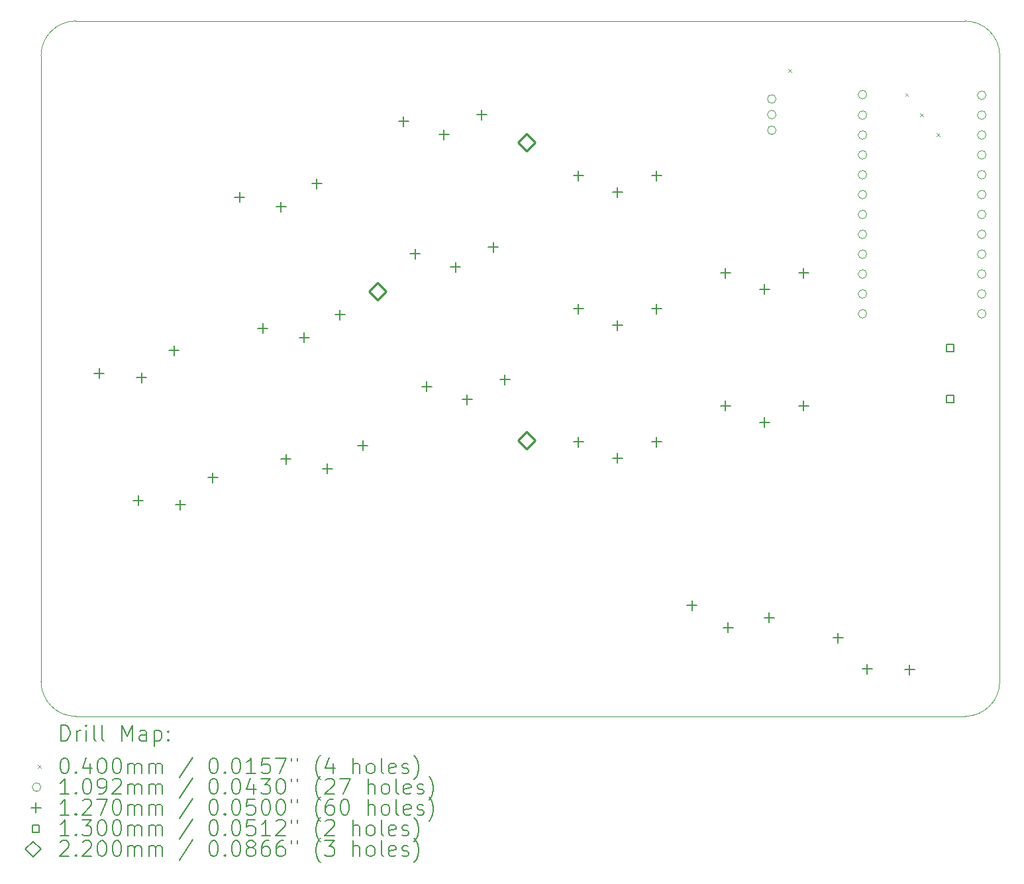
<source format=gbr>
%FSLAX45Y45*%
G04 Gerber Fmt 4.5, Leading zero omitted, Abs format (unit mm)*
G04 Created by KiCad (PCBNEW (6.0.4-0)) date 2022-05-24 13:00:29*
%MOMM*%
%LPD*%
G01*
G04 APERTURE LIST*
%TA.AperFunction,Profile*%
%ADD10C,0.050000*%
%TD*%
%ADD11C,0.200000*%
%ADD12C,0.040000*%
%ADD13C,0.109220*%
%ADD14C,0.127000*%
%ADD15C,0.130000*%
%ADD16C,0.220000*%
G04 APERTURE END LIST*
D10*
X4617424Y12267921D02*
G75*
G03*
X4172924Y11823421I0J-444500D01*
G01*
X4173294Y3822134D02*
G75*
G03*
X4617788Y3377634I444496J-4D01*
G01*
X15983927Y3377802D02*
G75*
G03*
X16428427Y3822299I3J444498D01*
G01*
X16428427Y3822299D02*
X16428788Y11823134D01*
X4172924Y11823421D02*
X4173288Y3822134D01*
X15984288Y12267634D02*
X4617424Y12267921D01*
X16428784Y11823134D02*
G75*
G03*
X15984288Y12267634I-444494J6D01*
G01*
X4617788Y3377634D02*
X15983927Y3377799D01*
D11*
D12*
X13724782Y11653195D02*
X13764782Y11613195D01*
X13764782Y11653195D02*
X13724782Y11613195D01*
X15220000Y11345385D02*
X15260000Y11305385D01*
X15260000Y11345385D02*
X15220000Y11305385D01*
X15410459Y11089114D02*
X15450459Y11049114D01*
X15450459Y11089114D02*
X15410459Y11049114D01*
X15618978Y10834706D02*
X15658978Y10794706D01*
X15658978Y10834706D02*
X15618978Y10794706D01*
D13*
X13568328Y11270567D02*
G75*
G03*
X13568328Y11270567I-54610J0D01*
G01*
X13568328Y11070567D02*
G75*
G03*
X13568328Y11070567I-54610J0D01*
G01*
X13568328Y10870567D02*
G75*
G03*
X13568328Y10870567I-54610J0D01*
G01*
X14728331Y11326700D02*
G75*
G03*
X14728331Y11326700I-54610J0D01*
G01*
X14728331Y11064325D02*
G75*
G03*
X14728331Y11064325I-54610J0D01*
G01*
X14728331Y10810325D02*
G75*
G03*
X14728331Y10810325I-54610J0D01*
G01*
X14728331Y10556325D02*
G75*
G03*
X14728331Y10556325I-54610J0D01*
G01*
X14728331Y10302325D02*
G75*
G03*
X14728331Y10302325I-54610J0D01*
G01*
X14728331Y10048325D02*
G75*
G03*
X14728331Y10048325I-54610J0D01*
G01*
X14728331Y9794325D02*
G75*
G03*
X14728331Y9794325I-54610J0D01*
G01*
X14728331Y9540325D02*
G75*
G03*
X14728331Y9540325I-54610J0D01*
G01*
X14728331Y9286325D02*
G75*
G03*
X14728331Y9286325I-54610J0D01*
G01*
X14728331Y9032325D02*
G75*
G03*
X14728331Y9032325I-54610J0D01*
G01*
X14728331Y8778325D02*
G75*
G03*
X14728331Y8778325I-54610J0D01*
G01*
X14728331Y8524325D02*
G75*
G03*
X14728331Y8524325I-54610J0D01*
G01*
X16252331Y11318325D02*
G75*
G03*
X16252331Y11318325I-54610J0D01*
G01*
X16252331Y11064325D02*
G75*
G03*
X16252331Y11064325I-54610J0D01*
G01*
X16252331Y10810325D02*
G75*
G03*
X16252331Y10810325I-54610J0D01*
G01*
X16252331Y10556325D02*
G75*
G03*
X16252331Y10556325I-54610J0D01*
G01*
X16252331Y10302325D02*
G75*
G03*
X16252331Y10302325I-54610J0D01*
G01*
X16252331Y10048325D02*
G75*
G03*
X16252331Y10048325I-54610J0D01*
G01*
X16252331Y9794325D02*
G75*
G03*
X16252331Y9794325I-54610J0D01*
G01*
X16252331Y9540325D02*
G75*
G03*
X16252331Y9540325I-54610J0D01*
G01*
X16252331Y9286325D02*
G75*
G03*
X16252331Y9286325I-54610J0D01*
G01*
X16252331Y9032325D02*
G75*
G03*
X16252331Y9032325I-54610J0D01*
G01*
X16252331Y8778325D02*
G75*
G03*
X16252331Y8778325I-54610J0D01*
G01*
X16252331Y8524325D02*
G75*
G03*
X16252331Y8524325I-54610J0D01*
G01*
D14*
X4917175Y7826915D02*
X4917175Y7699915D01*
X4853675Y7763415D02*
X4980675Y7763415D01*
X5414207Y6201196D02*
X5414207Y6074196D01*
X5350707Y6137696D02*
X5477707Y6137696D01*
X5456725Y7772276D02*
X5456725Y7645276D01*
X5393225Y7708776D02*
X5520225Y7708776D01*
X5456725Y7772276D02*
X5456725Y7645276D01*
X5393225Y7708776D02*
X5520225Y7708776D01*
X5873479Y8119286D02*
X5873479Y7992286D01*
X5809979Y8055786D02*
X5936979Y8055786D01*
X5953757Y6146558D02*
X5953757Y6019558D01*
X5890257Y6083058D02*
X6017257Y6083058D01*
X5953757Y6146558D02*
X5953757Y6019558D01*
X5890257Y6083058D02*
X6017257Y6083058D01*
X6370511Y6493568D02*
X6370511Y6366568D01*
X6307011Y6430068D02*
X6434011Y6430068D01*
X6712293Y10076956D02*
X6712293Y9949956D01*
X6648793Y10013456D02*
X6775793Y10013456D01*
X7007495Y8402783D02*
X7007495Y8275782D01*
X6943995Y8339282D02*
X7070995Y8339282D01*
X7241163Y9956970D02*
X7241163Y9829970D01*
X7177663Y9893470D02*
X7304663Y9893470D01*
X7241163Y9956970D02*
X7241163Y9829970D01*
X7177663Y9893470D02*
X7304663Y9893470D01*
X7302697Y6728609D02*
X7302697Y6601609D01*
X7239197Y6665109D02*
X7366197Y6665109D01*
X7536365Y8282797D02*
X7536365Y8155797D01*
X7472865Y8219297D02*
X7599865Y8219297D01*
X7536365Y8282797D02*
X7536365Y8155797D01*
X7472865Y8219297D02*
X7599865Y8219297D01*
X7697101Y10250604D02*
X7697101Y10123604D01*
X7633601Y10187104D02*
X7760601Y10187104D01*
X7831567Y6608624D02*
X7831567Y6481624D01*
X7768067Y6545124D02*
X7895067Y6545124D01*
X7831567Y6608624D02*
X7831567Y6481624D01*
X7768067Y6545124D02*
X7895067Y6545124D01*
X7992303Y8576431D02*
X7992303Y8449431D01*
X7928803Y8512931D02*
X8055803Y8512931D01*
X8287505Y6902257D02*
X8287505Y6775257D01*
X8224005Y6838757D02*
X8351005Y6838757D01*
X8809021Y11046316D02*
X8809021Y10919316D01*
X8745521Y10982816D02*
X8872521Y10982816D01*
X8957186Y9352785D02*
X8957186Y9225785D01*
X8893686Y9289285D02*
X9020686Y9289285D01*
X9105351Y7659254D02*
X9105351Y7532254D01*
X9041851Y7595754D02*
X9168851Y7595754D01*
X9325422Y10880693D02*
X9325422Y10753693D01*
X9261922Y10817193D02*
X9388922Y10817193D01*
X9325422Y10880693D02*
X9325422Y10753693D01*
X9261922Y10817193D02*
X9388922Y10817193D01*
X9473586Y9187162D02*
X9473586Y9060162D01*
X9410086Y9123662D02*
X9537086Y9123662D01*
X9473586Y9187162D02*
X9473586Y9060162D01*
X9410086Y9123662D02*
X9537086Y9123662D01*
X9621751Y7493631D02*
X9621751Y7366631D01*
X9558251Y7430131D02*
X9685251Y7430131D01*
X9621751Y7493631D02*
X9621751Y7366631D01*
X9558251Y7430131D02*
X9685251Y7430131D01*
X9805216Y11133472D02*
X9805216Y11006472D01*
X9741716Y11069972D02*
X9868716Y11069972D01*
X9953381Y9439941D02*
X9953381Y9312941D01*
X9889881Y9376441D02*
X10016881Y9376441D01*
X10101546Y7746410D02*
X10101546Y7619410D01*
X10038046Y7682910D02*
X10165046Y7682910D01*
X11041109Y10352102D02*
X11041109Y10225102D01*
X10977609Y10288602D02*
X11104609Y10288602D01*
X11041109Y8652102D02*
X11041109Y8525102D01*
X10977609Y8588602D02*
X11104609Y8588602D01*
X11041109Y6952102D02*
X11041109Y6825102D01*
X10977609Y6888602D02*
X11104609Y6888602D01*
X11541109Y10142102D02*
X11541109Y10015102D01*
X11477609Y10078602D02*
X11604609Y10078602D01*
X11541109Y10142102D02*
X11541109Y10015102D01*
X11477609Y10078602D02*
X11604609Y10078602D01*
X11541109Y8442102D02*
X11541109Y8315102D01*
X11477609Y8378602D02*
X11604609Y8378602D01*
X11541109Y8442102D02*
X11541109Y8315102D01*
X11477609Y8378602D02*
X11604609Y8378602D01*
X11541109Y6742102D02*
X11541109Y6615102D01*
X11477609Y6678602D02*
X11604609Y6678602D01*
X11541109Y6742102D02*
X11541109Y6615102D01*
X11477609Y6678602D02*
X11604609Y6678602D01*
X12041109Y10352102D02*
X12041109Y10225102D01*
X11977609Y10288602D02*
X12104609Y10288602D01*
X12041109Y8652102D02*
X12041109Y8525102D01*
X11977609Y8588602D02*
X12104609Y8588602D01*
X12041109Y6952102D02*
X12041109Y6825102D01*
X11977609Y6888602D02*
X12104609Y6888602D01*
X12494322Y4860097D02*
X12494322Y4733097D01*
X12430822Y4796597D02*
X12557822Y4796597D01*
X12921828Y9111385D02*
X12921828Y8984385D01*
X12858328Y9047885D02*
X12985328Y9047885D01*
X12921828Y7411385D02*
X12921828Y7284385D01*
X12858328Y7347885D02*
X12985328Y7347885D01*
X12955315Y4574465D02*
X12955315Y4447465D01*
X12891815Y4510965D02*
X13018815Y4510965D01*
X12955315Y4574465D02*
X12955315Y4447465D01*
X12891815Y4510965D02*
X13018815Y4510965D01*
X13421828Y8901385D02*
X13421828Y8774385D01*
X13358328Y8837885D02*
X13485328Y8837885D01*
X13421828Y8901385D02*
X13421828Y8774385D01*
X13358328Y8837885D02*
X13485328Y8837885D01*
X13421828Y7201385D02*
X13421828Y7074385D01*
X13358328Y7137885D02*
X13485328Y7137885D01*
X13421828Y7201385D02*
X13421828Y7074385D01*
X13358328Y7137885D02*
X13485328Y7137885D01*
X13482011Y4703662D02*
X13482011Y4576662D01*
X13418511Y4640162D02*
X13545511Y4640162D01*
X13921828Y9111385D02*
X13921828Y8984385D01*
X13858328Y9047885D02*
X13985328Y9047885D01*
X13921828Y7411385D02*
X13921828Y7284385D01*
X13858328Y7347885D02*
X13985328Y7347885D01*
X14360146Y4443546D02*
X14360146Y4316546D01*
X14296646Y4380046D02*
X14423646Y4380046D01*
X14731504Y4048334D02*
X14731504Y3921334D01*
X14668004Y3984834D02*
X14795004Y3984834D01*
X14731504Y4048334D02*
X14731504Y3921334D01*
X14668004Y3984834D02*
X14795004Y3984834D01*
X15273692Y4036810D02*
X15273692Y3909810D01*
X15210192Y3973310D02*
X15337192Y3973310D01*
D15*
X15842941Y8041363D02*
X15842941Y8133288D01*
X15751017Y8133288D01*
X15751017Y8041363D01*
X15842941Y8041363D01*
X15842941Y7391363D02*
X15842941Y7483288D01*
X15751017Y7483288D01*
X15751017Y7391363D01*
X15842941Y7391363D01*
D16*
X8474722Y8704143D02*
X8584722Y8814143D01*
X8474722Y8924143D01*
X8364722Y8814143D01*
X8474722Y8704143D01*
X10379722Y10609143D02*
X10489722Y10719143D01*
X10379722Y10829143D01*
X10269722Y10719143D01*
X10379722Y10609143D01*
X10379722Y6799143D02*
X10489722Y6909143D01*
X10379722Y7019143D01*
X10269722Y6909143D01*
X10379722Y6799143D01*
D11*
X4428043Y3064658D02*
X4428043Y3264658D01*
X4475662Y3264658D01*
X4504233Y3255134D01*
X4523281Y3236087D01*
X4532805Y3217039D01*
X4542329Y3178944D01*
X4542329Y3150372D01*
X4532805Y3112277D01*
X4523281Y3093230D01*
X4504233Y3074182D01*
X4475662Y3064658D01*
X4428043Y3064658D01*
X4628043Y3064658D02*
X4628043Y3197991D01*
X4628043Y3159896D02*
X4637567Y3178944D01*
X4647091Y3188468D01*
X4666138Y3197991D01*
X4685186Y3197991D01*
X4751852Y3064658D02*
X4751852Y3197991D01*
X4751852Y3264658D02*
X4742329Y3255134D01*
X4751852Y3245610D01*
X4761376Y3255134D01*
X4751852Y3264658D01*
X4751852Y3245610D01*
X4875662Y3064658D02*
X4856614Y3074182D01*
X4847091Y3093230D01*
X4847091Y3264658D01*
X4980424Y3064658D02*
X4961376Y3074182D01*
X4951852Y3093230D01*
X4951852Y3264658D01*
X5208995Y3064658D02*
X5208995Y3264658D01*
X5275662Y3121801D01*
X5342329Y3264658D01*
X5342329Y3064658D01*
X5523281Y3064658D02*
X5523281Y3169420D01*
X5513757Y3188468D01*
X5494710Y3197991D01*
X5456614Y3197991D01*
X5437567Y3188468D01*
X5523281Y3074182D02*
X5504233Y3064658D01*
X5456614Y3064658D01*
X5437567Y3074182D01*
X5428043Y3093230D01*
X5428043Y3112277D01*
X5437567Y3131325D01*
X5456614Y3140849D01*
X5504233Y3140849D01*
X5523281Y3150372D01*
X5618519Y3197991D02*
X5618519Y2997991D01*
X5618519Y3188468D02*
X5637567Y3197991D01*
X5675662Y3197991D01*
X5694710Y3188468D01*
X5704233Y3178944D01*
X5713757Y3159896D01*
X5713757Y3102753D01*
X5704233Y3083706D01*
X5694710Y3074182D01*
X5675662Y3064658D01*
X5637567Y3064658D01*
X5618519Y3074182D01*
X5799471Y3083706D02*
X5808995Y3074182D01*
X5799471Y3064658D01*
X5789948Y3074182D01*
X5799471Y3083706D01*
X5799471Y3064658D01*
X5799471Y3188468D02*
X5808995Y3178944D01*
X5799471Y3169420D01*
X5789948Y3178944D01*
X5799471Y3188468D01*
X5799471Y3169420D01*
D12*
X4130424Y2755134D02*
X4170424Y2715134D01*
X4170424Y2755134D02*
X4130424Y2715134D01*
D11*
X4466138Y2844658D02*
X4485186Y2844658D01*
X4504233Y2835134D01*
X4513757Y2825610D01*
X4523281Y2806563D01*
X4532805Y2768468D01*
X4532805Y2720849D01*
X4523281Y2682753D01*
X4513757Y2663706D01*
X4504233Y2654182D01*
X4485186Y2644658D01*
X4466138Y2644658D01*
X4447091Y2654182D01*
X4437567Y2663706D01*
X4428043Y2682753D01*
X4418519Y2720849D01*
X4418519Y2768468D01*
X4428043Y2806563D01*
X4437567Y2825610D01*
X4447091Y2835134D01*
X4466138Y2844658D01*
X4618519Y2663706D02*
X4628043Y2654182D01*
X4618519Y2644658D01*
X4608995Y2654182D01*
X4618519Y2663706D01*
X4618519Y2644658D01*
X4799472Y2777992D02*
X4799472Y2644658D01*
X4751852Y2854182D02*
X4704233Y2711325D01*
X4828043Y2711325D01*
X4942329Y2844658D02*
X4961376Y2844658D01*
X4980424Y2835134D01*
X4989948Y2825610D01*
X4999472Y2806563D01*
X5008995Y2768468D01*
X5008995Y2720849D01*
X4999472Y2682753D01*
X4989948Y2663706D01*
X4980424Y2654182D01*
X4961376Y2644658D01*
X4942329Y2644658D01*
X4923281Y2654182D01*
X4913757Y2663706D01*
X4904233Y2682753D01*
X4894710Y2720849D01*
X4894710Y2768468D01*
X4904233Y2806563D01*
X4913757Y2825610D01*
X4923281Y2835134D01*
X4942329Y2844658D01*
X5132805Y2844658D02*
X5151852Y2844658D01*
X5170900Y2835134D01*
X5180424Y2825610D01*
X5189948Y2806563D01*
X5199472Y2768468D01*
X5199472Y2720849D01*
X5189948Y2682753D01*
X5180424Y2663706D01*
X5170900Y2654182D01*
X5151852Y2644658D01*
X5132805Y2644658D01*
X5113757Y2654182D01*
X5104233Y2663706D01*
X5094710Y2682753D01*
X5085186Y2720849D01*
X5085186Y2768468D01*
X5094710Y2806563D01*
X5104233Y2825610D01*
X5113757Y2835134D01*
X5132805Y2844658D01*
X5285186Y2644658D02*
X5285186Y2777992D01*
X5285186Y2758944D02*
X5294710Y2768468D01*
X5313757Y2777992D01*
X5342329Y2777992D01*
X5361376Y2768468D01*
X5370900Y2749420D01*
X5370900Y2644658D01*
X5370900Y2749420D02*
X5380424Y2768468D01*
X5399472Y2777992D01*
X5428043Y2777992D01*
X5447091Y2768468D01*
X5456614Y2749420D01*
X5456614Y2644658D01*
X5551852Y2644658D02*
X5551852Y2777992D01*
X5551852Y2758944D02*
X5561376Y2768468D01*
X5580424Y2777992D01*
X5608995Y2777992D01*
X5628043Y2768468D01*
X5637567Y2749420D01*
X5637567Y2644658D01*
X5637567Y2749420D02*
X5647090Y2768468D01*
X5666138Y2777992D01*
X5694710Y2777992D01*
X5713757Y2768468D01*
X5723281Y2749420D01*
X5723281Y2644658D01*
X6113757Y2854182D02*
X5942329Y2597039D01*
X6370900Y2844658D02*
X6389948Y2844658D01*
X6408995Y2835134D01*
X6418519Y2825610D01*
X6428043Y2806563D01*
X6437567Y2768468D01*
X6437567Y2720849D01*
X6428043Y2682753D01*
X6418519Y2663706D01*
X6408995Y2654182D01*
X6389948Y2644658D01*
X6370900Y2644658D01*
X6351852Y2654182D01*
X6342329Y2663706D01*
X6332805Y2682753D01*
X6323281Y2720849D01*
X6323281Y2768468D01*
X6332805Y2806563D01*
X6342329Y2825610D01*
X6351852Y2835134D01*
X6370900Y2844658D01*
X6523281Y2663706D02*
X6532805Y2654182D01*
X6523281Y2644658D01*
X6513757Y2654182D01*
X6523281Y2663706D01*
X6523281Y2644658D01*
X6656614Y2844658D02*
X6675662Y2844658D01*
X6694710Y2835134D01*
X6704233Y2825610D01*
X6713757Y2806563D01*
X6723281Y2768468D01*
X6723281Y2720849D01*
X6713757Y2682753D01*
X6704233Y2663706D01*
X6694710Y2654182D01*
X6675662Y2644658D01*
X6656614Y2644658D01*
X6637567Y2654182D01*
X6628043Y2663706D01*
X6618519Y2682753D01*
X6608995Y2720849D01*
X6608995Y2768468D01*
X6618519Y2806563D01*
X6628043Y2825610D01*
X6637567Y2835134D01*
X6656614Y2844658D01*
X6913757Y2644658D02*
X6799471Y2644658D01*
X6856614Y2644658D02*
X6856614Y2844658D01*
X6837567Y2816087D01*
X6818519Y2797039D01*
X6799471Y2787515D01*
X7094710Y2844658D02*
X6999471Y2844658D01*
X6989948Y2749420D01*
X6999471Y2758944D01*
X7018519Y2768468D01*
X7066138Y2768468D01*
X7085186Y2758944D01*
X7094710Y2749420D01*
X7104233Y2730372D01*
X7104233Y2682753D01*
X7094710Y2663706D01*
X7085186Y2654182D01*
X7066138Y2644658D01*
X7018519Y2644658D01*
X6999471Y2654182D01*
X6989948Y2663706D01*
X7170900Y2844658D02*
X7304233Y2844658D01*
X7218519Y2644658D01*
X7370900Y2844658D02*
X7370900Y2806563D01*
X7447090Y2844658D02*
X7447090Y2806563D01*
X7742329Y2568468D02*
X7732805Y2577992D01*
X7713757Y2606563D01*
X7704233Y2625611D01*
X7694710Y2654182D01*
X7685186Y2701801D01*
X7685186Y2739896D01*
X7694710Y2787515D01*
X7704233Y2816087D01*
X7713757Y2835134D01*
X7732805Y2863706D01*
X7742329Y2873230D01*
X7904233Y2777992D02*
X7904233Y2644658D01*
X7856614Y2854182D02*
X7808995Y2711325D01*
X7932805Y2711325D01*
X8161376Y2644658D02*
X8161376Y2844658D01*
X8247090Y2644658D02*
X8247090Y2749420D01*
X8237567Y2768468D01*
X8218519Y2777992D01*
X8189948Y2777992D01*
X8170900Y2768468D01*
X8161376Y2758944D01*
X8370900Y2644658D02*
X8351852Y2654182D01*
X8342329Y2663706D01*
X8332805Y2682753D01*
X8332805Y2739896D01*
X8342329Y2758944D01*
X8351852Y2768468D01*
X8370900Y2777992D01*
X8399472Y2777992D01*
X8418519Y2768468D01*
X8428043Y2758944D01*
X8437567Y2739896D01*
X8437567Y2682753D01*
X8428043Y2663706D01*
X8418519Y2654182D01*
X8399472Y2644658D01*
X8370900Y2644658D01*
X8551852Y2644658D02*
X8532805Y2654182D01*
X8523281Y2673230D01*
X8523281Y2844658D01*
X8704233Y2654182D02*
X8685186Y2644658D01*
X8647091Y2644658D01*
X8628043Y2654182D01*
X8618519Y2673230D01*
X8618519Y2749420D01*
X8628043Y2768468D01*
X8647091Y2777992D01*
X8685186Y2777992D01*
X8704233Y2768468D01*
X8713757Y2749420D01*
X8713757Y2730372D01*
X8618519Y2711325D01*
X8789948Y2654182D02*
X8808995Y2644658D01*
X8847091Y2644658D01*
X8866138Y2654182D01*
X8875662Y2673230D01*
X8875662Y2682753D01*
X8866138Y2701801D01*
X8847091Y2711325D01*
X8818519Y2711325D01*
X8799472Y2720849D01*
X8789948Y2739896D01*
X8789948Y2749420D01*
X8799472Y2768468D01*
X8818519Y2777992D01*
X8847091Y2777992D01*
X8866138Y2768468D01*
X8942329Y2568468D02*
X8951852Y2577992D01*
X8970900Y2606563D01*
X8980424Y2625611D01*
X8989948Y2654182D01*
X8999472Y2701801D01*
X8999472Y2739896D01*
X8989948Y2787515D01*
X8980424Y2816087D01*
X8970900Y2835134D01*
X8951852Y2863706D01*
X8942329Y2873230D01*
D13*
X4170424Y2471134D02*
G75*
G03*
X4170424Y2471134I-54610J0D01*
G01*
D11*
X4532805Y2380658D02*
X4418519Y2380658D01*
X4475662Y2380658D02*
X4475662Y2580658D01*
X4456614Y2552087D01*
X4437567Y2533039D01*
X4418519Y2523515D01*
X4618519Y2399706D02*
X4628043Y2390182D01*
X4618519Y2380658D01*
X4608995Y2390182D01*
X4618519Y2399706D01*
X4618519Y2380658D01*
X4751852Y2580658D02*
X4770900Y2580658D01*
X4789948Y2571134D01*
X4799472Y2561611D01*
X4808995Y2542563D01*
X4818519Y2504468D01*
X4818519Y2456849D01*
X4808995Y2418753D01*
X4799472Y2399706D01*
X4789948Y2390182D01*
X4770900Y2380658D01*
X4751852Y2380658D01*
X4732805Y2390182D01*
X4723281Y2399706D01*
X4713757Y2418753D01*
X4704233Y2456849D01*
X4704233Y2504468D01*
X4713757Y2542563D01*
X4723281Y2561611D01*
X4732805Y2571134D01*
X4751852Y2580658D01*
X4913757Y2380658D02*
X4951852Y2380658D01*
X4970900Y2390182D01*
X4980424Y2399706D01*
X4999472Y2428277D01*
X5008995Y2466372D01*
X5008995Y2542563D01*
X4999472Y2561611D01*
X4989948Y2571134D01*
X4970900Y2580658D01*
X4932805Y2580658D01*
X4913757Y2571134D01*
X4904233Y2561611D01*
X4894710Y2542563D01*
X4894710Y2494944D01*
X4904233Y2475896D01*
X4913757Y2466372D01*
X4932805Y2456849D01*
X4970900Y2456849D01*
X4989948Y2466372D01*
X4999472Y2475896D01*
X5008995Y2494944D01*
X5085186Y2561611D02*
X5094710Y2571134D01*
X5113757Y2580658D01*
X5161376Y2580658D01*
X5180424Y2571134D01*
X5189948Y2561611D01*
X5199472Y2542563D01*
X5199472Y2523515D01*
X5189948Y2494944D01*
X5075662Y2380658D01*
X5199472Y2380658D01*
X5285186Y2380658D02*
X5285186Y2513992D01*
X5285186Y2494944D02*
X5294710Y2504468D01*
X5313757Y2513992D01*
X5342329Y2513992D01*
X5361376Y2504468D01*
X5370900Y2485420D01*
X5370900Y2380658D01*
X5370900Y2485420D02*
X5380424Y2504468D01*
X5399472Y2513992D01*
X5428043Y2513992D01*
X5447091Y2504468D01*
X5456614Y2485420D01*
X5456614Y2380658D01*
X5551852Y2380658D02*
X5551852Y2513992D01*
X5551852Y2494944D02*
X5561376Y2504468D01*
X5580424Y2513992D01*
X5608995Y2513992D01*
X5628043Y2504468D01*
X5637567Y2485420D01*
X5637567Y2380658D01*
X5637567Y2485420D02*
X5647090Y2504468D01*
X5666138Y2513992D01*
X5694710Y2513992D01*
X5713757Y2504468D01*
X5723281Y2485420D01*
X5723281Y2380658D01*
X6113757Y2590182D02*
X5942329Y2333039D01*
X6370900Y2580658D02*
X6389948Y2580658D01*
X6408995Y2571134D01*
X6418519Y2561611D01*
X6428043Y2542563D01*
X6437567Y2504468D01*
X6437567Y2456849D01*
X6428043Y2418753D01*
X6418519Y2399706D01*
X6408995Y2390182D01*
X6389948Y2380658D01*
X6370900Y2380658D01*
X6351852Y2390182D01*
X6342329Y2399706D01*
X6332805Y2418753D01*
X6323281Y2456849D01*
X6323281Y2504468D01*
X6332805Y2542563D01*
X6342329Y2561611D01*
X6351852Y2571134D01*
X6370900Y2580658D01*
X6523281Y2399706D02*
X6532805Y2390182D01*
X6523281Y2380658D01*
X6513757Y2390182D01*
X6523281Y2399706D01*
X6523281Y2380658D01*
X6656614Y2580658D02*
X6675662Y2580658D01*
X6694710Y2571134D01*
X6704233Y2561611D01*
X6713757Y2542563D01*
X6723281Y2504468D01*
X6723281Y2456849D01*
X6713757Y2418753D01*
X6704233Y2399706D01*
X6694710Y2390182D01*
X6675662Y2380658D01*
X6656614Y2380658D01*
X6637567Y2390182D01*
X6628043Y2399706D01*
X6618519Y2418753D01*
X6608995Y2456849D01*
X6608995Y2504468D01*
X6618519Y2542563D01*
X6628043Y2561611D01*
X6637567Y2571134D01*
X6656614Y2580658D01*
X6894710Y2513992D02*
X6894710Y2380658D01*
X6847090Y2590182D02*
X6799471Y2447325D01*
X6923281Y2447325D01*
X6980424Y2580658D02*
X7104233Y2580658D01*
X7037567Y2504468D01*
X7066138Y2504468D01*
X7085186Y2494944D01*
X7094710Y2485420D01*
X7104233Y2466372D01*
X7104233Y2418753D01*
X7094710Y2399706D01*
X7085186Y2390182D01*
X7066138Y2380658D01*
X7008995Y2380658D01*
X6989948Y2390182D01*
X6980424Y2399706D01*
X7228043Y2580658D02*
X7247090Y2580658D01*
X7266138Y2571134D01*
X7275662Y2561611D01*
X7285186Y2542563D01*
X7294710Y2504468D01*
X7294710Y2456849D01*
X7285186Y2418753D01*
X7275662Y2399706D01*
X7266138Y2390182D01*
X7247090Y2380658D01*
X7228043Y2380658D01*
X7208995Y2390182D01*
X7199471Y2399706D01*
X7189948Y2418753D01*
X7180424Y2456849D01*
X7180424Y2504468D01*
X7189948Y2542563D01*
X7199471Y2561611D01*
X7208995Y2571134D01*
X7228043Y2580658D01*
X7370900Y2580658D02*
X7370900Y2542563D01*
X7447090Y2580658D02*
X7447090Y2542563D01*
X7742329Y2304468D02*
X7732805Y2313992D01*
X7713757Y2342563D01*
X7704233Y2361611D01*
X7694710Y2390182D01*
X7685186Y2437801D01*
X7685186Y2475896D01*
X7694710Y2523515D01*
X7704233Y2552087D01*
X7713757Y2571134D01*
X7732805Y2599706D01*
X7742329Y2609230D01*
X7808995Y2561611D02*
X7818519Y2571134D01*
X7837567Y2580658D01*
X7885186Y2580658D01*
X7904233Y2571134D01*
X7913757Y2561611D01*
X7923281Y2542563D01*
X7923281Y2523515D01*
X7913757Y2494944D01*
X7799471Y2380658D01*
X7923281Y2380658D01*
X7989948Y2580658D02*
X8123281Y2580658D01*
X8037567Y2380658D01*
X8351852Y2380658D02*
X8351852Y2580658D01*
X8437567Y2380658D02*
X8437567Y2485420D01*
X8428043Y2504468D01*
X8408995Y2513992D01*
X8380424Y2513992D01*
X8361376Y2504468D01*
X8351852Y2494944D01*
X8561376Y2380658D02*
X8542329Y2390182D01*
X8532805Y2399706D01*
X8523281Y2418753D01*
X8523281Y2475896D01*
X8532805Y2494944D01*
X8542329Y2504468D01*
X8561376Y2513992D01*
X8589948Y2513992D01*
X8608995Y2504468D01*
X8618519Y2494944D01*
X8628043Y2475896D01*
X8628043Y2418753D01*
X8618519Y2399706D01*
X8608995Y2390182D01*
X8589948Y2380658D01*
X8561376Y2380658D01*
X8742329Y2380658D02*
X8723281Y2390182D01*
X8713757Y2409230D01*
X8713757Y2580658D01*
X8894710Y2390182D02*
X8875662Y2380658D01*
X8837567Y2380658D01*
X8818519Y2390182D01*
X8808995Y2409230D01*
X8808995Y2485420D01*
X8818519Y2504468D01*
X8837567Y2513992D01*
X8875662Y2513992D01*
X8894710Y2504468D01*
X8904233Y2485420D01*
X8904233Y2466372D01*
X8808995Y2447325D01*
X8980424Y2390182D02*
X8999472Y2380658D01*
X9037567Y2380658D01*
X9056614Y2390182D01*
X9066138Y2409230D01*
X9066138Y2418753D01*
X9056614Y2437801D01*
X9037567Y2447325D01*
X9008995Y2447325D01*
X8989948Y2456849D01*
X8980424Y2475896D01*
X8980424Y2485420D01*
X8989948Y2504468D01*
X9008995Y2513992D01*
X9037567Y2513992D01*
X9056614Y2504468D01*
X9132805Y2304468D02*
X9142329Y2313992D01*
X9161376Y2342563D01*
X9170900Y2361611D01*
X9180424Y2390182D01*
X9189948Y2437801D01*
X9189948Y2475896D01*
X9180424Y2523515D01*
X9170900Y2552087D01*
X9161376Y2571134D01*
X9142329Y2599706D01*
X9132805Y2609230D01*
D14*
X4106924Y2270634D02*
X4106924Y2143634D01*
X4043424Y2207134D02*
X4170424Y2207134D01*
D11*
X4532805Y2116658D02*
X4418519Y2116658D01*
X4475662Y2116658D02*
X4475662Y2316658D01*
X4456614Y2288087D01*
X4437567Y2269039D01*
X4418519Y2259515D01*
X4618519Y2135706D02*
X4628043Y2126182D01*
X4618519Y2116658D01*
X4608995Y2126182D01*
X4618519Y2135706D01*
X4618519Y2116658D01*
X4704233Y2297611D02*
X4713757Y2307134D01*
X4732805Y2316658D01*
X4780424Y2316658D01*
X4799472Y2307134D01*
X4808995Y2297611D01*
X4818519Y2278563D01*
X4818519Y2259515D01*
X4808995Y2230944D01*
X4694710Y2116658D01*
X4818519Y2116658D01*
X4885186Y2316658D02*
X5018519Y2316658D01*
X4932805Y2116658D01*
X5132805Y2316658D02*
X5151852Y2316658D01*
X5170900Y2307134D01*
X5180424Y2297611D01*
X5189948Y2278563D01*
X5199472Y2240468D01*
X5199472Y2192849D01*
X5189948Y2154753D01*
X5180424Y2135706D01*
X5170900Y2126182D01*
X5151852Y2116658D01*
X5132805Y2116658D01*
X5113757Y2126182D01*
X5104233Y2135706D01*
X5094710Y2154753D01*
X5085186Y2192849D01*
X5085186Y2240468D01*
X5094710Y2278563D01*
X5104233Y2297611D01*
X5113757Y2307134D01*
X5132805Y2316658D01*
X5285186Y2116658D02*
X5285186Y2249992D01*
X5285186Y2230944D02*
X5294710Y2240468D01*
X5313757Y2249992D01*
X5342329Y2249992D01*
X5361376Y2240468D01*
X5370900Y2221420D01*
X5370900Y2116658D01*
X5370900Y2221420D02*
X5380424Y2240468D01*
X5399472Y2249992D01*
X5428043Y2249992D01*
X5447091Y2240468D01*
X5456614Y2221420D01*
X5456614Y2116658D01*
X5551852Y2116658D02*
X5551852Y2249992D01*
X5551852Y2230944D02*
X5561376Y2240468D01*
X5580424Y2249992D01*
X5608995Y2249992D01*
X5628043Y2240468D01*
X5637567Y2221420D01*
X5637567Y2116658D01*
X5637567Y2221420D02*
X5647090Y2240468D01*
X5666138Y2249992D01*
X5694710Y2249992D01*
X5713757Y2240468D01*
X5723281Y2221420D01*
X5723281Y2116658D01*
X6113757Y2326182D02*
X5942329Y2069039D01*
X6370900Y2316658D02*
X6389948Y2316658D01*
X6408995Y2307134D01*
X6418519Y2297611D01*
X6428043Y2278563D01*
X6437567Y2240468D01*
X6437567Y2192849D01*
X6428043Y2154753D01*
X6418519Y2135706D01*
X6408995Y2126182D01*
X6389948Y2116658D01*
X6370900Y2116658D01*
X6351852Y2126182D01*
X6342329Y2135706D01*
X6332805Y2154753D01*
X6323281Y2192849D01*
X6323281Y2240468D01*
X6332805Y2278563D01*
X6342329Y2297611D01*
X6351852Y2307134D01*
X6370900Y2316658D01*
X6523281Y2135706D02*
X6532805Y2126182D01*
X6523281Y2116658D01*
X6513757Y2126182D01*
X6523281Y2135706D01*
X6523281Y2116658D01*
X6656614Y2316658D02*
X6675662Y2316658D01*
X6694710Y2307134D01*
X6704233Y2297611D01*
X6713757Y2278563D01*
X6723281Y2240468D01*
X6723281Y2192849D01*
X6713757Y2154753D01*
X6704233Y2135706D01*
X6694710Y2126182D01*
X6675662Y2116658D01*
X6656614Y2116658D01*
X6637567Y2126182D01*
X6628043Y2135706D01*
X6618519Y2154753D01*
X6608995Y2192849D01*
X6608995Y2240468D01*
X6618519Y2278563D01*
X6628043Y2297611D01*
X6637567Y2307134D01*
X6656614Y2316658D01*
X6904233Y2316658D02*
X6808995Y2316658D01*
X6799471Y2221420D01*
X6808995Y2230944D01*
X6828043Y2240468D01*
X6875662Y2240468D01*
X6894710Y2230944D01*
X6904233Y2221420D01*
X6913757Y2202372D01*
X6913757Y2154753D01*
X6904233Y2135706D01*
X6894710Y2126182D01*
X6875662Y2116658D01*
X6828043Y2116658D01*
X6808995Y2126182D01*
X6799471Y2135706D01*
X7037567Y2316658D02*
X7056614Y2316658D01*
X7075662Y2307134D01*
X7085186Y2297611D01*
X7094710Y2278563D01*
X7104233Y2240468D01*
X7104233Y2192849D01*
X7094710Y2154753D01*
X7085186Y2135706D01*
X7075662Y2126182D01*
X7056614Y2116658D01*
X7037567Y2116658D01*
X7018519Y2126182D01*
X7008995Y2135706D01*
X6999471Y2154753D01*
X6989948Y2192849D01*
X6989948Y2240468D01*
X6999471Y2278563D01*
X7008995Y2297611D01*
X7018519Y2307134D01*
X7037567Y2316658D01*
X7228043Y2316658D02*
X7247090Y2316658D01*
X7266138Y2307134D01*
X7275662Y2297611D01*
X7285186Y2278563D01*
X7294710Y2240468D01*
X7294710Y2192849D01*
X7285186Y2154753D01*
X7275662Y2135706D01*
X7266138Y2126182D01*
X7247090Y2116658D01*
X7228043Y2116658D01*
X7208995Y2126182D01*
X7199471Y2135706D01*
X7189948Y2154753D01*
X7180424Y2192849D01*
X7180424Y2240468D01*
X7189948Y2278563D01*
X7199471Y2297611D01*
X7208995Y2307134D01*
X7228043Y2316658D01*
X7370900Y2316658D02*
X7370900Y2278563D01*
X7447090Y2316658D02*
X7447090Y2278563D01*
X7742329Y2040468D02*
X7732805Y2049991D01*
X7713757Y2078563D01*
X7704233Y2097611D01*
X7694710Y2126182D01*
X7685186Y2173801D01*
X7685186Y2211896D01*
X7694710Y2259515D01*
X7704233Y2288087D01*
X7713757Y2307134D01*
X7732805Y2335706D01*
X7742329Y2345230D01*
X7904233Y2316658D02*
X7866138Y2316658D01*
X7847090Y2307134D01*
X7837567Y2297611D01*
X7818519Y2269039D01*
X7808995Y2230944D01*
X7808995Y2154753D01*
X7818519Y2135706D01*
X7828043Y2126182D01*
X7847090Y2116658D01*
X7885186Y2116658D01*
X7904233Y2126182D01*
X7913757Y2135706D01*
X7923281Y2154753D01*
X7923281Y2202372D01*
X7913757Y2221420D01*
X7904233Y2230944D01*
X7885186Y2240468D01*
X7847090Y2240468D01*
X7828043Y2230944D01*
X7818519Y2221420D01*
X7808995Y2202372D01*
X8047090Y2316658D02*
X8066138Y2316658D01*
X8085186Y2307134D01*
X8094710Y2297611D01*
X8104233Y2278563D01*
X8113757Y2240468D01*
X8113757Y2192849D01*
X8104233Y2154753D01*
X8094710Y2135706D01*
X8085186Y2126182D01*
X8066138Y2116658D01*
X8047090Y2116658D01*
X8028043Y2126182D01*
X8018519Y2135706D01*
X8008995Y2154753D01*
X7999471Y2192849D01*
X7999471Y2240468D01*
X8008995Y2278563D01*
X8018519Y2297611D01*
X8028043Y2307134D01*
X8047090Y2316658D01*
X8351852Y2116658D02*
X8351852Y2316658D01*
X8437567Y2116658D02*
X8437567Y2221420D01*
X8428043Y2240468D01*
X8408995Y2249992D01*
X8380424Y2249992D01*
X8361376Y2240468D01*
X8351852Y2230944D01*
X8561376Y2116658D02*
X8542329Y2126182D01*
X8532805Y2135706D01*
X8523281Y2154753D01*
X8523281Y2211896D01*
X8532805Y2230944D01*
X8542329Y2240468D01*
X8561376Y2249992D01*
X8589948Y2249992D01*
X8608995Y2240468D01*
X8618519Y2230944D01*
X8628043Y2211896D01*
X8628043Y2154753D01*
X8618519Y2135706D01*
X8608995Y2126182D01*
X8589948Y2116658D01*
X8561376Y2116658D01*
X8742329Y2116658D02*
X8723281Y2126182D01*
X8713757Y2145230D01*
X8713757Y2316658D01*
X8894710Y2126182D02*
X8875662Y2116658D01*
X8837567Y2116658D01*
X8818519Y2126182D01*
X8808995Y2145230D01*
X8808995Y2221420D01*
X8818519Y2240468D01*
X8837567Y2249992D01*
X8875662Y2249992D01*
X8894710Y2240468D01*
X8904233Y2221420D01*
X8904233Y2202372D01*
X8808995Y2183325D01*
X8980424Y2126182D02*
X8999472Y2116658D01*
X9037567Y2116658D01*
X9056614Y2126182D01*
X9066138Y2145230D01*
X9066138Y2154753D01*
X9056614Y2173801D01*
X9037567Y2183325D01*
X9008995Y2183325D01*
X8989948Y2192849D01*
X8980424Y2211896D01*
X8980424Y2221420D01*
X8989948Y2240468D01*
X9008995Y2249992D01*
X9037567Y2249992D01*
X9056614Y2240468D01*
X9132805Y2040468D02*
X9142329Y2049991D01*
X9161376Y2078563D01*
X9170900Y2097611D01*
X9180424Y2126182D01*
X9189948Y2173801D01*
X9189948Y2211896D01*
X9180424Y2259515D01*
X9170900Y2288087D01*
X9161376Y2307134D01*
X9142329Y2335706D01*
X9132805Y2345230D01*
D15*
X4151386Y1897172D02*
X4151386Y1989097D01*
X4059461Y1989097D01*
X4059461Y1897172D01*
X4151386Y1897172D01*
D11*
X4532805Y1852658D02*
X4418519Y1852658D01*
X4475662Y1852658D02*
X4475662Y2052658D01*
X4456614Y2024087D01*
X4437567Y2005039D01*
X4418519Y1995515D01*
X4618519Y1871706D02*
X4628043Y1862182D01*
X4618519Y1852658D01*
X4608995Y1862182D01*
X4618519Y1871706D01*
X4618519Y1852658D01*
X4694710Y2052658D02*
X4818519Y2052658D01*
X4751852Y1976468D01*
X4780424Y1976468D01*
X4799472Y1966944D01*
X4808995Y1957420D01*
X4818519Y1938372D01*
X4818519Y1890753D01*
X4808995Y1871706D01*
X4799472Y1862182D01*
X4780424Y1852658D01*
X4723281Y1852658D01*
X4704233Y1862182D01*
X4694710Y1871706D01*
X4942329Y2052658D02*
X4961376Y2052658D01*
X4980424Y2043134D01*
X4989948Y2033610D01*
X4999472Y2014563D01*
X5008995Y1976468D01*
X5008995Y1928849D01*
X4999472Y1890753D01*
X4989948Y1871706D01*
X4980424Y1862182D01*
X4961376Y1852658D01*
X4942329Y1852658D01*
X4923281Y1862182D01*
X4913757Y1871706D01*
X4904233Y1890753D01*
X4894710Y1928849D01*
X4894710Y1976468D01*
X4904233Y2014563D01*
X4913757Y2033610D01*
X4923281Y2043134D01*
X4942329Y2052658D01*
X5132805Y2052658D02*
X5151852Y2052658D01*
X5170900Y2043134D01*
X5180424Y2033610D01*
X5189948Y2014563D01*
X5199472Y1976468D01*
X5199472Y1928849D01*
X5189948Y1890753D01*
X5180424Y1871706D01*
X5170900Y1862182D01*
X5151852Y1852658D01*
X5132805Y1852658D01*
X5113757Y1862182D01*
X5104233Y1871706D01*
X5094710Y1890753D01*
X5085186Y1928849D01*
X5085186Y1976468D01*
X5094710Y2014563D01*
X5104233Y2033610D01*
X5113757Y2043134D01*
X5132805Y2052658D01*
X5285186Y1852658D02*
X5285186Y1985991D01*
X5285186Y1966944D02*
X5294710Y1976468D01*
X5313757Y1985991D01*
X5342329Y1985991D01*
X5361376Y1976468D01*
X5370900Y1957420D01*
X5370900Y1852658D01*
X5370900Y1957420D02*
X5380424Y1976468D01*
X5399472Y1985991D01*
X5428043Y1985991D01*
X5447091Y1976468D01*
X5456614Y1957420D01*
X5456614Y1852658D01*
X5551852Y1852658D02*
X5551852Y1985991D01*
X5551852Y1966944D02*
X5561376Y1976468D01*
X5580424Y1985991D01*
X5608995Y1985991D01*
X5628043Y1976468D01*
X5637567Y1957420D01*
X5637567Y1852658D01*
X5637567Y1957420D02*
X5647090Y1976468D01*
X5666138Y1985991D01*
X5694710Y1985991D01*
X5713757Y1976468D01*
X5723281Y1957420D01*
X5723281Y1852658D01*
X6113757Y2062182D02*
X5942329Y1805039D01*
X6370900Y2052658D02*
X6389948Y2052658D01*
X6408995Y2043134D01*
X6418519Y2033610D01*
X6428043Y2014563D01*
X6437567Y1976468D01*
X6437567Y1928849D01*
X6428043Y1890753D01*
X6418519Y1871706D01*
X6408995Y1862182D01*
X6389948Y1852658D01*
X6370900Y1852658D01*
X6351852Y1862182D01*
X6342329Y1871706D01*
X6332805Y1890753D01*
X6323281Y1928849D01*
X6323281Y1976468D01*
X6332805Y2014563D01*
X6342329Y2033610D01*
X6351852Y2043134D01*
X6370900Y2052658D01*
X6523281Y1871706D02*
X6532805Y1862182D01*
X6523281Y1852658D01*
X6513757Y1862182D01*
X6523281Y1871706D01*
X6523281Y1852658D01*
X6656614Y2052658D02*
X6675662Y2052658D01*
X6694710Y2043134D01*
X6704233Y2033610D01*
X6713757Y2014563D01*
X6723281Y1976468D01*
X6723281Y1928849D01*
X6713757Y1890753D01*
X6704233Y1871706D01*
X6694710Y1862182D01*
X6675662Y1852658D01*
X6656614Y1852658D01*
X6637567Y1862182D01*
X6628043Y1871706D01*
X6618519Y1890753D01*
X6608995Y1928849D01*
X6608995Y1976468D01*
X6618519Y2014563D01*
X6628043Y2033610D01*
X6637567Y2043134D01*
X6656614Y2052658D01*
X6904233Y2052658D02*
X6808995Y2052658D01*
X6799471Y1957420D01*
X6808995Y1966944D01*
X6828043Y1976468D01*
X6875662Y1976468D01*
X6894710Y1966944D01*
X6904233Y1957420D01*
X6913757Y1938372D01*
X6913757Y1890753D01*
X6904233Y1871706D01*
X6894710Y1862182D01*
X6875662Y1852658D01*
X6828043Y1852658D01*
X6808995Y1862182D01*
X6799471Y1871706D01*
X7104233Y1852658D02*
X6989948Y1852658D01*
X7047090Y1852658D02*
X7047090Y2052658D01*
X7028043Y2024087D01*
X7008995Y2005039D01*
X6989948Y1995515D01*
X7180424Y2033610D02*
X7189948Y2043134D01*
X7208995Y2052658D01*
X7256614Y2052658D01*
X7275662Y2043134D01*
X7285186Y2033610D01*
X7294710Y2014563D01*
X7294710Y1995515D01*
X7285186Y1966944D01*
X7170900Y1852658D01*
X7294710Y1852658D01*
X7370900Y2052658D02*
X7370900Y2014563D01*
X7447090Y2052658D02*
X7447090Y2014563D01*
X7742329Y1776468D02*
X7732805Y1785991D01*
X7713757Y1814563D01*
X7704233Y1833610D01*
X7694710Y1862182D01*
X7685186Y1909801D01*
X7685186Y1947896D01*
X7694710Y1995515D01*
X7704233Y2024087D01*
X7713757Y2043134D01*
X7732805Y2071706D01*
X7742329Y2081230D01*
X7808995Y2033610D02*
X7818519Y2043134D01*
X7837567Y2052658D01*
X7885186Y2052658D01*
X7904233Y2043134D01*
X7913757Y2033610D01*
X7923281Y2014563D01*
X7923281Y1995515D01*
X7913757Y1966944D01*
X7799471Y1852658D01*
X7923281Y1852658D01*
X8161376Y1852658D02*
X8161376Y2052658D01*
X8247090Y1852658D02*
X8247090Y1957420D01*
X8237567Y1976468D01*
X8218519Y1985991D01*
X8189948Y1985991D01*
X8170900Y1976468D01*
X8161376Y1966944D01*
X8370900Y1852658D02*
X8351852Y1862182D01*
X8342329Y1871706D01*
X8332805Y1890753D01*
X8332805Y1947896D01*
X8342329Y1966944D01*
X8351852Y1976468D01*
X8370900Y1985991D01*
X8399472Y1985991D01*
X8418519Y1976468D01*
X8428043Y1966944D01*
X8437567Y1947896D01*
X8437567Y1890753D01*
X8428043Y1871706D01*
X8418519Y1862182D01*
X8399472Y1852658D01*
X8370900Y1852658D01*
X8551852Y1852658D02*
X8532805Y1862182D01*
X8523281Y1881230D01*
X8523281Y2052658D01*
X8704233Y1862182D02*
X8685186Y1852658D01*
X8647091Y1852658D01*
X8628043Y1862182D01*
X8618519Y1881230D01*
X8618519Y1957420D01*
X8628043Y1976468D01*
X8647091Y1985991D01*
X8685186Y1985991D01*
X8704233Y1976468D01*
X8713757Y1957420D01*
X8713757Y1938372D01*
X8618519Y1919325D01*
X8789948Y1862182D02*
X8808995Y1852658D01*
X8847091Y1852658D01*
X8866138Y1862182D01*
X8875662Y1881230D01*
X8875662Y1890753D01*
X8866138Y1909801D01*
X8847091Y1919325D01*
X8818519Y1919325D01*
X8799472Y1928849D01*
X8789948Y1947896D01*
X8789948Y1957420D01*
X8799472Y1976468D01*
X8818519Y1985991D01*
X8847091Y1985991D01*
X8866138Y1976468D01*
X8942329Y1776468D02*
X8951852Y1785991D01*
X8970900Y1814563D01*
X8980424Y1833610D01*
X8989948Y1862182D01*
X8999472Y1909801D01*
X8999472Y1947896D01*
X8989948Y1995515D01*
X8980424Y2024087D01*
X8970900Y2043134D01*
X8951852Y2071706D01*
X8942329Y2081230D01*
X4070424Y1579134D02*
X4170424Y1679134D01*
X4070424Y1779134D01*
X3970424Y1679134D01*
X4070424Y1579134D01*
X4418519Y1769610D02*
X4428043Y1779134D01*
X4447091Y1788658D01*
X4494710Y1788658D01*
X4513757Y1779134D01*
X4523281Y1769610D01*
X4532805Y1750563D01*
X4532805Y1731515D01*
X4523281Y1702944D01*
X4408995Y1588658D01*
X4532805Y1588658D01*
X4618519Y1607706D02*
X4628043Y1598182D01*
X4618519Y1588658D01*
X4608995Y1598182D01*
X4618519Y1607706D01*
X4618519Y1588658D01*
X4704233Y1769610D02*
X4713757Y1779134D01*
X4732805Y1788658D01*
X4780424Y1788658D01*
X4799472Y1779134D01*
X4808995Y1769610D01*
X4818519Y1750563D01*
X4818519Y1731515D01*
X4808995Y1702944D01*
X4694710Y1588658D01*
X4818519Y1588658D01*
X4942329Y1788658D02*
X4961376Y1788658D01*
X4980424Y1779134D01*
X4989948Y1769610D01*
X4999472Y1750563D01*
X5008995Y1712468D01*
X5008995Y1664849D01*
X4999472Y1626753D01*
X4989948Y1607706D01*
X4980424Y1598182D01*
X4961376Y1588658D01*
X4942329Y1588658D01*
X4923281Y1598182D01*
X4913757Y1607706D01*
X4904233Y1626753D01*
X4894710Y1664849D01*
X4894710Y1712468D01*
X4904233Y1750563D01*
X4913757Y1769610D01*
X4923281Y1779134D01*
X4942329Y1788658D01*
X5132805Y1788658D02*
X5151852Y1788658D01*
X5170900Y1779134D01*
X5180424Y1769610D01*
X5189948Y1750563D01*
X5199472Y1712468D01*
X5199472Y1664849D01*
X5189948Y1626753D01*
X5180424Y1607706D01*
X5170900Y1598182D01*
X5151852Y1588658D01*
X5132805Y1588658D01*
X5113757Y1598182D01*
X5104233Y1607706D01*
X5094710Y1626753D01*
X5085186Y1664849D01*
X5085186Y1712468D01*
X5094710Y1750563D01*
X5104233Y1769610D01*
X5113757Y1779134D01*
X5132805Y1788658D01*
X5285186Y1588658D02*
X5285186Y1721991D01*
X5285186Y1702944D02*
X5294710Y1712468D01*
X5313757Y1721991D01*
X5342329Y1721991D01*
X5361376Y1712468D01*
X5370900Y1693420D01*
X5370900Y1588658D01*
X5370900Y1693420D02*
X5380424Y1712468D01*
X5399472Y1721991D01*
X5428043Y1721991D01*
X5447091Y1712468D01*
X5456614Y1693420D01*
X5456614Y1588658D01*
X5551852Y1588658D02*
X5551852Y1721991D01*
X5551852Y1702944D02*
X5561376Y1712468D01*
X5580424Y1721991D01*
X5608995Y1721991D01*
X5628043Y1712468D01*
X5637567Y1693420D01*
X5637567Y1588658D01*
X5637567Y1693420D02*
X5647090Y1712468D01*
X5666138Y1721991D01*
X5694710Y1721991D01*
X5713757Y1712468D01*
X5723281Y1693420D01*
X5723281Y1588658D01*
X6113757Y1798182D02*
X5942329Y1541039D01*
X6370900Y1788658D02*
X6389948Y1788658D01*
X6408995Y1779134D01*
X6418519Y1769610D01*
X6428043Y1750563D01*
X6437567Y1712468D01*
X6437567Y1664849D01*
X6428043Y1626753D01*
X6418519Y1607706D01*
X6408995Y1598182D01*
X6389948Y1588658D01*
X6370900Y1588658D01*
X6351852Y1598182D01*
X6342329Y1607706D01*
X6332805Y1626753D01*
X6323281Y1664849D01*
X6323281Y1712468D01*
X6332805Y1750563D01*
X6342329Y1769610D01*
X6351852Y1779134D01*
X6370900Y1788658D01*
X6523281Y1607706D02*
X6532805Y1598182D01*
X6523281Y1588658D01*
X6513757Y1598182D01*
X6523281Y1607706D01*
X6523281Y1588658D01*
X6656614Y1788658D02*
X6675662Y1788658D01*
X6694710Y1779134D01*
X6704233Y1769610D01*
X6713757Y1750563D01*
X6723281Y1712468D01*
X6723281Y1664849D01*
X6713757Y1626753D01*
X6704233Y1607706D01*
X6694710Y1598182D01*
X6675662Y1588658D01*
X6656614Y1588658D01*
X6637567Y1598182D01*
X6628043Y1607706D01*
X6618519Y1626753D01*
X6608995Y1664849D01*
X6608995Y1712468D01*
X6618519Y1750563D01*
X6628043Y1769610D01*
X6637567Y1779134D01*
X6656614Y1788658D01*
X6837567Y1702944D02*
X6818519Y1712468D01*
X6808995Y1721991D01*
X6799471Y1741039D01*
X6799471Y1750563D01*
X6808995Y1769610D01*
X6818519Y1779134D01*
X6837567Y1788658D01*
X6875662Y1788658D01*
X6894710Y1779134D01*
X6904233Y1769610D01*
X6913757Y1750563D01*
X6913757Y1741039D01*
X6904233Y1721991D01*
X6894710Y1712468D01*
X6875662Y1702944D01*
X6837567Y1702944D01*
X6818519Y1693420D01*
X6808995Y1683896D01*
X6799471Y1664849D01*
X6799471Y1626753D01*
X6808995Y1607706D01*
X6818519Y1598182D01*
X6837567Y1588658D01*
X6875662Y1588658D01*
X6894710Y1598182D01*
X6904233Y1607706D01*
X6913757Y1626753D01*
X6913757Y1664849D01*
X6904233Y1683896D01*
X6894710Y1693420D01*
X6875662Y1702944D01*
X7085186Y1788658D02*
X7047090Y1788658D01*
X7028043Y1779134D01*
X7018519Y1769610D01*
X6999471Y1741039D01*
X6989948Y1702944D01*
X6989948Y1626753D01*
X6999471Y1607706D01*
X7008995Y1598182D01*
X7028043Y1588658D01*
X7066138Y1588658D01*
X7085186Y1598182D01*
X7094710Y1607706D01*
X7104233Y1626753D01*
X7104233Y1674372D01*
X7094710Y1693420D01*
X7085186Y1702944D01*
X7066138Y1712468D01*
X7028043Y1712468D01*
X7008995Y1702944D01*
X6999471Y1693420D01*
X6989948Y1674372D01*
X7275662Y1788658D02*
X7237567Y1788658D01*
X7218519Y1779134D01*
X7208995Y1769610D01*
X7189948Y1741039D01*
X7180424Y1702944D01*
X7180424Y1626753D01*
X7189948Y1607706D01*
X7199471Y1598182D01*
X7218519Y1588658D01*
X7256614Y1588658D01*
X7275662Y1598182D01*
X7285186Y1607706D01*
X7294710Y1626753D01*
X7294710Y1674372D01*
X7285186Y1693420D01*
X7275662Y1702944D01*
X7256614Y1712468D01*
X7218519Y1712468D01*
X7199471Y1702944D01*
X7189948Y1693420D01*
X7180424Y1674372D01*
X7370900Y1788658D02*
X7370900Y1750563D01*
X7447090Y1788658D02*
X7447090Y1750563D01*
X7742329Y1512468D02*
X7732805Y1521991D01*
X7713757Y1550563D01*
X7704233Y1569610D01*
X7694710Y1598182D01*
X7685186Y1645801D01*
X7685186Y1683896D01*
X7694710Y1731515D01*
X7704233Y1760087D01*
X7713757Y1779134D01*
X7732805Y1807706D01*
X7742329Y1817230D01*
X7799471Y1788658D02*
X7923281Y1788658D01*
X7856614Y1712468D01*
X7885186Y1712468D01*
X7904233Y1702944D01*
X7913757Y1693420D01*
X7923281Y1674372D01*
X7923281Y1626753D01*
X7913757Y1607706D01*
X7904233Y1598182D01*
X7885186Y1588658D01*
X7828043Y1588658D01*
X7808995Y1598182D01*
X7799471Y1607706D01*
X8161376Y1588658D02*
X8161376Y1788658D01*
X8247090Y1588658D02*
X8247090Y1693420D01*
X8237567Y1712468D01*
X8218519Y1721991D01*
X8189948Y1721991D01*
X8170900Y1712468D01*
X8161376Y1702944D01*
X8370900Y1588658D02*
X8351852Y1598182D01*
X8342329Y1607706D01*
X8332805Y1626753D01*
X8332805Y1683896D01*
X8342329Y1702944D01*
X8351852Y1712468D01*
X8370900Y1721991D01*
X8399472Y1721991D01*
X8418519Y1712468D01*
X8428043Y1702944D01*
X8437567Y1683896D01*
X8437567Y1626753D01*
X8428043Y1607706D01*
X8418519Y1598182D01*
X8399472Y1588658D01*
X8370900Y1588658D01*
X8551852Y1588658D02*
X8532805Y1598182D01*
X8523281Y1617230D01*
X8523281Y1788658D01*
X8704233Y1598182D02*
X8685186Y1588658D01*
X8647091Y1588658D01*
X8628043Y1598182D01*
X8618519Y1617230D01*
X8618519Y1693420D01*
X8628043Y1712468D01*
X8647091Y1721991D01*
X8685186Y1721991D01*
X8704233Y1712468D01*
X8713757Y1693420D01*
X8713757Y1674372D01*
X8618519Y1655325D01*
X8789948Y1598182D02*
X8808995Y1588658D01*
X8847091Y1588658D01*
X8866138Y1598182D01*
X8875662Y1617230D01*
X8875662Y1626753D01*
X8866138Y1645801D01*
X8847091Y1655325D01*
X8818519Y1655325D01*
X8799472Y1664849D01*
X8789948Y1683896D01*
X8789948Y1693420D01*
X8799472Y1712468D01*
X8818519Y1721991D01*
X8847091Y1721991D01*
X8866138Y1712468D01*
X8942329Y1512468D02*
X8951852Y1521991D01*
X8970900Y1550563D01*
X8980424Y1569610D01*
X8989948Y1598182D01*
X8999472Y1645801D01*
X8999472Y1683896D01*
X8989948Y1731515D01*
X8980424Y1760087D01*
X8970900Y1779134D01*
X8951852Y1807706D01*
X8942329Y1817230D01*
M02*

</source>
